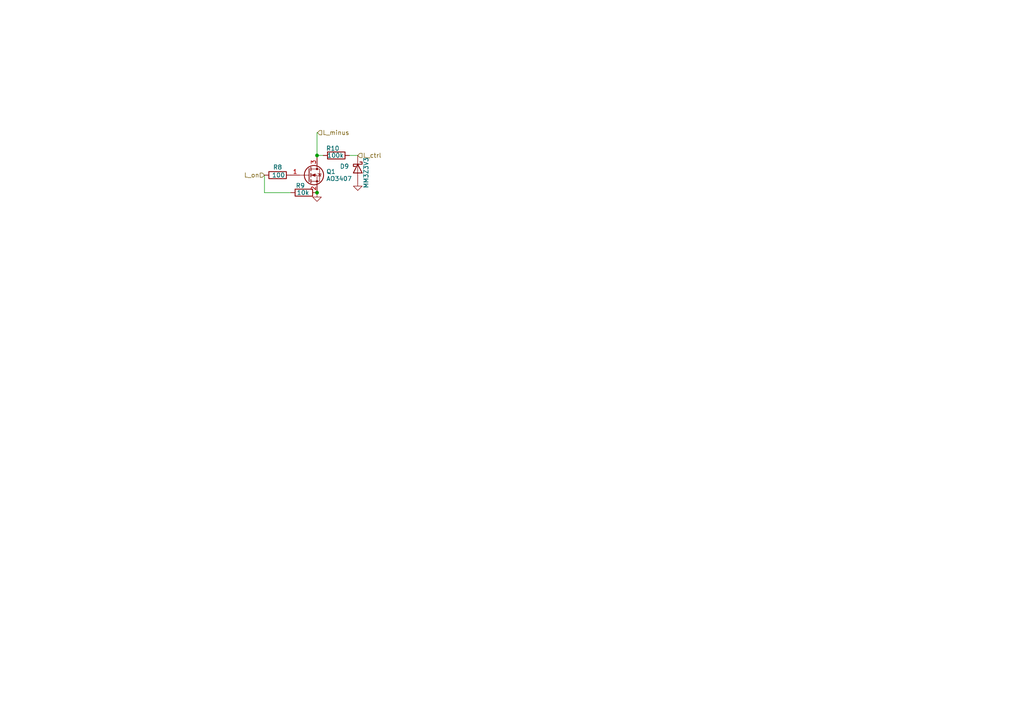
<source format=kicad_sch>
(kicad_sch (version 20231120) (generator "eeschema") (generator_version "8.0")
  (paper "A4")
  (lib_symbols
    (symbol "Device:D_Schottky" (pin_numbers hide) (pin_names (offset 1.016) hide)
      (property "Reference" "D" (at 0 2.54 0))
      (property "Value" "D_Schottky" (at 0 -2.54 0))
      (symbol "D_Schottky_0_1"
        (polyline (pts (xy 1.27 0) (xy -1.27 0)))
        (polyline (pts (xy 1.27 1.27) (xy 1.27 -1.27) (xy -1.27 0) (xy 1.27 1.27)) (stroke (width 0.254)))
        (polyline (pts (xy -1.905 0.635) (xy -1.905 1.27) (xy -1.27 1.27) (xy -1.27 -1.27) (xy -0.635 -1.27) (xy -0.635 -0.635)) (stroke (width 0.254)))
      )
      (symbol "D_Schottky_1_1"
        (pin passive line (at -3.81 0 0) (length 2.54) (name "K") (number "1"))
        (pin passive line (at 3.81 0 180) (length 2.54) (name "A") (number "2"))
      )
    )
    (symbol "Device:Q_NMOS_GSD" (pin_names (offset 0) hide)
      (property "Reference" "Q" (at 5.08 1.27 0))
      (property "Value" "Q_NMOS_GSD" (at 5.08 -1.27 0))
      (symbol "Q_NMOS_GSD_0_1"
        (polyline (pts (xy 0.254 0) (xy -2.54 0)))
        (polyline (pts (xy 0.254 1.905) (xy 0.254 -1.905)) (stroke (width 0.254)))
        (polyline (pts (xy 0.762 -1.27) (xy 0.762 -2.286)) (stroke (width 0.254)))
        (polyline (pts (xy 0.762 0.508) (xy 0.762 -0.508)) (stroke (width 0.254)))
        (polyline (pts (xy 0.762 2.286) (xy 0.762 1.27)) (stroke (width 0.254)))
        (polyline (pts (xy 2.54 2.54) (xy 2.54 1.778)))
        (polyline (pts (xy 2.54 -2.54) (xy 2.54 0) (xy 0.762 0)))
        (polyline (pts (xy 0.762 -1.778) (xy 3.302 -1.778) (xy 3.302 1.778) (xy 0.762 1.778)))
        (polyline (pts (xy 1.016 0) (xy 2.032 0.381) (xy 2.032 -0.381) (xy 1.016 0)) (fill (type outline)))
        (polyline (pts (xy 2.794 0.508) (xy 2.921 0.381) (xy 3.683 0.381) (xy 3.81 0.254)))
        (polyline (pts (xy 3.302 0.381) (xy 2.921 -0.254) (xy 3.683 -0.254) (xy 3.302 0.381)))
        (circle (center 1.651 0) (radius 2.794) (stroke (width 0.254)))
        (circle (center 2.54 -1.778) (radius 0.254) (fill (type outline)))
        (circle (center 2.54 1.778) (radius 0.254) (fill (type outline)))
      )
      (symbol "Q_NMOS_GSD_1_1"
        (pin input line (at -5.08 0 0) (length 2.54) (name "G") (number "1"))
        (pin passive line (at 2.54 -5.08 90) (length 2.54) (name "S") (number "2"))
        (pin passive line (at 2.54 5.08 270) (length 2.54) (name "D") (number "3"))
      )
    )
    (symbol "Device:R" (pin_numbers hide) (pin_names (offset 0))
      (property "Reference" "R" (at 2.032 0 90))
      (property "Value" "R" (at 0 0 90))
      (symbol "R_0_1"
        (rectangle (start -1.016 -2.54) (end 1.016 2.54) (stroke (width 0.254)))
      )
      (symbol "R_1_1"
        (pin passive line (at 0 3.81 270) (length 1.27) (name "~") (number "1"))
        (pin passive line (at 0 -3.81 90) (length 1.27) (name "~") (number "2"))
      )
    )
    (symbol "GND_3" (power) (pin_names (offset 0))
      (property "Value" "GND_3" (at 0 -3.81 0))
      (symbol "GND_3_0_1"
        (polyline (pts (xy 0 0) (xy 0 -1.27) (xy 1.27 -1.27) (xy 0 -2.54) (xy -1.27 -1.27) (xy 0 -1.27)))
      )
      (symbol "GND_3_1_1"
        (pin power_in line (at 0 0 270) (length 0) hide (name "GND") (number "1"))
      )
    )
  )
  (junction (at 91.948 45.085))
  (junction (at 91.948 55.88))
  (wire (pts (xy 76.708 55.88) (xy 76.708 50.8)))
  (wire (pts (xy 103.759 45.085) (xy 101.346 45.085)))
  (wire (pts (xy 91.948 45.085) (xy 91.948 45.72)))
  (wire (pts (xy 84.328 55.88) (xy 76.708 55.88)))
  (wire (pts (xy 93.726 45.085) (xy 91.948 45.085)))
  (wire (pts (xy 91.948 38.481) (xy 91.948 45.085)))
  (wire (pts (xy 92.075 38.481) (xy 91.948 38.481)))
  (hierarchical_label "L_minus" (shape input) (at 92.075 38.481 0))
  (hierarchical_label "L_on" (shape input) (at 76.708 50.8 180))
  (hierarchical_label "L_ctrl" (shape input) (at 103.759 45.085 0))
  (symbol (lib_id "Device:R") (at 80.518 50.8 90) (unit 1)
    (property "Reference" "R8" (at 80.518 48.514 90))
    (property "Value" "100" (at 80.772 50.8 90))
    (property "Footprint" "Resistor_SMD:R_0603_1608Metric_Pad0.98x0.95mm_HandSolder" (effects (hide yes)))
    (instances (project "lamps" (path "" (reference "R8") (unit 1)) (path "" (reference "R14") (unit 1)) (path "" (reference "R17") (unit 1)) (path "" (reference "R20") (unit 1))))
  )
  (symbol (lib_id "Device:D_Schottky") (at 103.759 48.895 270) (unit 1)
    (property "Reference" "D9" (at 98.552 48.26 90) (effects (justify left)))
    (property "Value" "MM3Z3V3" (at 106.172 45.593 0) (effects (justify left)))
    (property "Footprint" "Diode_SMD:D_0805_2012Metric_Pad1.15x1.40mm_HandSolder" (effects (hide yes)))
    (instances (project "lamps" (path "" (reference "D9") (unit 1)) (path "" (reference "D11") (unit 1)) (path "" (reference "D12") (unit 1)) (path "" (reference "D13") (unit 1))))
  )
  (symbol (lib_name "GND_3") (lib_id "power:GND") (at 91.948 55.88 0) (mirror y) (unit 1)
    (property "Reference" "#PWR030" (effects (hide yes)))
    (property "Value" "GND" (effects (hide yes)))
    (instances (project "lamps" (path "" (reference "#PWR030") (unit 1)) (path "" (reference "#PWR034") (unit 1)) (path "" (reference "#PWR036") (unit 1)) (path "" (reference "#PWR038") (unit 1))))
  )
  (symbol (lib_id "Device:R") (at 88.138 55.88 270) (unit 1)
    (property "Reference" "R9" (at 87.122 53.848 90))
    (property "Value" "10k" (at 87.884 55.88 90))
    (property "Footprint" "Resistor_SMD:R_0603_1608Metric_Pad0.98x0.95mm_HandSolder" (effects (hide yes)))
    (instances (project "lamps" (path "" (reference "R9") (unit 1)) (path "" (reference "R15") (unit 1)) (path "" (reference "R18") (unit 1)) (path "" (reference "R21") (unit 1))))
  )
  (symbol (lib_id "Device:Q_NMOS_GSD") (at 89.408 50.8 0) (unit 1)
    (property "Reference" "Q1" (at 94.615 49.776 0) (effects (justify left)))
    (property "Value" "AO3407" (at 94.615 51.824 0) (effects (justify left)))
    (property "Footprint" "Package_TO_SOT_SMD:SOT-23_Handsoldering" (effects (hide yes)))
    (instances (project "lamps" (path "" (reference "Q1") (unit 1)) (path "" (reference "Q4") (unit 1)) (path "" (reference "Q5") (unit 1)) (path "" (reference "Q6") (unit 1))))
  )
  (symbol (lib_name "GND_3") (lib_id "power:GND") (at 103.759 52.705 0) (mirror y) (unit 1)
    (property "Reference" "#PWR031" (effects (hide yes)))
    (property "Value" "GND" (effects (hide yes)))
    (instances (project "lamps" (path "" (reference "#PWR031") (unit 1)) (path "" (reference "#PWR035") (unit 1)) (path "" (reference "#PWR037") (unit 1)) (path "" (reference "#PWR039") (unit 1))))
  )
  (symbol (lib_id "Device:R") (at 97.536 45.085 270) (unit 1)
    (property "Reference" "R10" (at 96.52 43.053 90))
    (property "Value" "100k" (at 97.282 45.085 90))
    (property "Footprint" "Resistor_SMD:R_0603_1608Metric_Pad0.98x0.95mm_HandSolder" (effects (hide yes)))
    (instances (project "lamps" (path "" (reference "R10") (unit 1)) (path "" (reference "R16") (unit 1)) (path "" (reference "R19") (unit 1)) (path "" (reference "R22") (unit 1))))
  )
)
</source>
